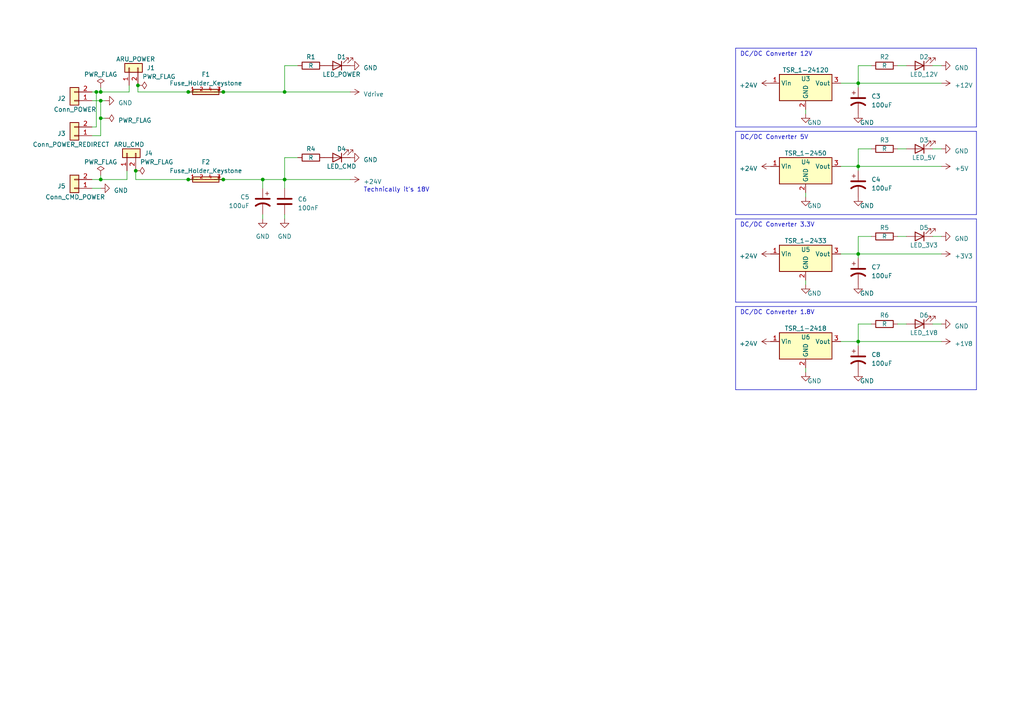
<source format=kicad_sch>
(kicad_sch (version 20221206) (generator eeschema)
  (paper "A4")
  (title_block (date "2022-11-20") (rev "v1.0"))
  (lib_symbols
    (symbol "Connector_Generic:Conn_01x02" (pin_names (offset 1.016) hide)
      (property "Reference" "J" (at 0 2.54 0))
      (property "Value" "Conn_01x02" (at 0 -5.08 0))
      (symbol "Conn_01x02_1_1"
        (rectangle (start -1.27 -2.413) (end 0 -2.667) (stroke (width 0.1524)))
        (rectangle (start -1.27 0.127) (end 0 -0.127) (stroke (width 0.1524)))
        (rectangle (start -1.27 1.27) (end 1.27 -3.81) (stroke (width 0.254)) (fill (type background)))
        (pin passive line (at -5.08 0 0) (length 3.81) (name "Pin_1") (number "1"))
        (pin passive line (at -5.08 -2.54 0) (length 3.81) (name "Pin_2") (number "2"))
      )
    )
    (symbol "Device:C" (pin_numbers hide) (pin_names (offset 0.254))
      (property "Reference" "C" (at 0.635 2.54 0))
      (property "Value" "C" (at 0.635 -2.54 0))
      (symbol "C_0_1"
        (polyline (pts (xy -2.032 -0.762) (xy 2.032 -0.762)) (stroke (width 0.508)))
        (polyline (pts (xy -2.032 0.762) (xy 2.032 0.762)) (stroke (width 0.508)))
      )
      (symbol "C_1_1"
        (pin passive line (at 0 3.81 270) (length 2.794) (name "~") (number "1"))
        (pin passive line (at 0 -3.81 90) (length 2.794) (name "~") (number "2"))
      )
    )
    (symbol "Device:C_Polarized_US" (pin_numbers hide) (pin_names (offset 0.254) hide)
      (property "Reference" "C" (at 0.635 2.54 0))
      (property "Value" "C_Polarized_US" (at 0.635 -2.54 0))
      (symbol "C_Polarized_US_0_1"
        (polyline (pts (xy -2.032 0.762) (xy 2.032 0.762)) (stroke (width 0.508)))
        (polyline (pts (xy -1.778 2.286) (xy -0.762 2.286)))
        (polyline (pts (xy -1.27 1.778) (xy -1.27 2.794)))
        (arc (start 2.032 -1.27) (mid 0 -0.5572) (end -2.032 -1.27) (stroke (width 0.508)))
      )
      (symbol "C_Polarized_US_1_1"
        (pin passive line (at 0 3.81 270) (length 2.794) (name "~") (number "1"))
        (pin passive line (at 0 -3.81 90) (length 3.302) (name "~") (number "2"))
      )
    )
    (symbol "Device:Fuse_Holder_Keystone"
      (property "Reference" "F" (at -2.54 2.54 0))
      (property "Value" "Fuse_Holder_Keystone" (at 0 0 0))
      (symbol "Fuse_Holder_Keystone_0_0"
        (rectangle (start -3.81 0.762) (end 3.81 -0.762) (stroke (width 0.254)) (fill (type background)))
        (pin power_in line (at -5.08 0 0) (length 2.54) (name "~") (number "1"))
        (pin passive line (at -2.54 0 0) (length 2.54) (name "~") (number "2"))
        (pin power_out line (at 5.08 0 180) (length 2.54) (name "~") (number "3"))
        (pin passive line (at 2.54 0 180) (length 2.54) (name "~") (number "4"))
      )
    )
    (symbol "Device:LED" (pin_numbers hide) (pin_names (offset 1.016) hide)
      (property "Reference" "D" (at 0 2.54 0))
      (property "Value" "LED" (at 0 -2.54 0))
      (symbol "LED_0_1"
        (polyline (pts (xy -1.27 -1.27) (xy -1.27 1.27)) (stroke (width 0.254)))
        (polyline (pts (xy -1.27 0) (xy 1.27 0)))
        (polyline (pts (xy 1.27 -1.27) (xy 1.27 1.27) (xy -1.27 0) (xy 1.27 -1.27)) (stroke (width 0.254)))
        (polyline (pts (xy -3.048 -0.762) (xy -4.572 -2.286) (xy -3.81 -2.286) (xy -4.572 -2.286) (xy -4.572 -1.524)))
        (polyline (pts (xy -1.778 -0.762) (xy -3.302 -2.286) (xy -2.54 -2.286) (xy -3.302 -2.286) (xy -3.302 -1.524)))
      )
      (symbol "LED_1_1"
        (pin passive line (at -3.81 0 0) (length 2.54) (name "K") (number "1"))
        (pin passive line (at 3.81 0 180) (length 2.54) (name "A") (number "2"))
      )
    )
    (symbol "Device:R" (pin_numbers hide) (pin_names (offset 0))
      (property "Reference" "R" (at 2.032 0 90))
      (property "Value" "R" (at 0 0 90))
      (symbol "R_0_1"
        (rectangle (start -1.016 -2.54) (end 1.016 2.54) (stroke (width 0.254)))
      )
      (symbol "R_1_1"
        (pin passive line (at 0 3.81 270) (length 1.27) (name "~") (number "1"))
        (pin passive line (at 0 -3.81 90) (length 1.27) (name "~") (number "2"))
      )
    )
    (symbol "Regulator_Switching:TSR_1-24120"
      (property "Reference" "U" (at -7.62 6.35 0))
      (property "Value" "TSR_1-24120" (at -1.27 6.35 0))
      (symbol "TSR_1-24120_0_1"
        (rectangle (start -7.62 5.08) (end 7.62 -2.54) (stroke (width 0.254)) (fill (type background)))
      )
      (symbol "TSR_1-24120_1_1"
        (pin power_in line (at -10.16 2.54 0) (length 2.54) (name "Vin") (number "1"))
        (pin power_in line (at 0 -5.08 90) (length 2.54) (name "GND") (number "2"))
        (pin power_out line (at 10.16 2.54 180) (length 2.54) (name "Vout") (number "3"))
      )
    )
    (symbol "Regulator_Switching:TSR_1-2418"
      (property "Reference" "U" (at -7.62 6.35 0))
      (property "Value" "TSR_1-2418" (at -1.27 6.35 0))
      (symbol "TSR_1-2418_0_1"
        (rectangle (start -7.62 5.08) (end 7.62 -2.54) (stroke (width 0.254)) (fill (type background)))
      )
      (symbol "TSR_1-2418_1_1"
        (pin power_in line (at -10.16 2.54 0) (length 2.54) (name "Vin") (number "1"))
        (pin power_in line (at 0 -5.08 90) (length 2.54) (name "GND") (number "2"))
        (pin power_out line (at 10.16 2.54 180) (length 2.54) (name "Vout") (number "3"))
      )
    )
    (symbol "Regulator_Switching:TSR_1-2433"
      (property "Reference" "U" (at -7.62 6.35 0))
      (property "Value" "TSR_1-2433" (at -1.27 6.35 0))
      (symbol "TSR_1-2433_0_1"
        (rectangle (start -7.62 5.08) (end 7.62 -2.54) (stroke (width 0.254)) (fill (type background)))
      )
      (symbol "TSR_1-2433_1_1"
        (pin power_in line (at -10.16 2.54 0) (length 2.54) (name "Vin") (number "1"))
        (pin power_in line (at 0 -5.08 90) (length 2.54) (name "GND") (number "2"))
        (pin power_out line (at 10.16 2.54 180) (length 2.54) (name "Vout") (number "3"))
      )
    )
    (symbol "Regulator_Switching:TSR_1-2450"
      (property "Reference" "U" (at -7.62 6.35 0))
      (property "Value" "TSR_1-2450" (at -1.27 6.35 0))
      (symbol "TSR_1-2450_0_1"
        (rectangle (start -7.62 5.08) (end 7.62 -2.54) (stroke (width 0.254)) (fill (type background)))
      )
      (symbol "TSR_1-2450_1_1"
        (pin power_in line (at -10.16 2.54 0) (length 2.54) (name "Vin") (number "1"))
        (pin power_in line (at 0 -5.08 90) (length 2.54) (name "GND") (number "2"))
        (pin power_out line (at 10.16 2.54 180) (length 2.54) (name "Vout") (number "3"))
      )
    )
    (symbol "power:+12V" (power) (pin_names (offset 0))
      (property "Value" "+12V" (at 0 3.556 0))
      (symbol "+12V_0_1"
        (polyline (pts (xy -0.762 1.27) (xy 0 2.54)))
        (polyline (pts (xy 0 0) (xy 0 2.54)))
        (polyline (pts (xy 0 2.54) (xy 0.762 1.27)))
      )
      (symbol "+12V_1_1"
        (pin power_in line (at 0 0 90) (length 0) hide (name "+12V") (number "1"))
      )
    )
    (symbol "power:+1V8" (power) (pin_names (offset 0))
      (property "Value" "+1V8" (at 0 3.556 0))
      (symbol "+1V8_0_1"
        (polyline (pts (xy -0.762 1.27) (xy 0 2.54)))
        (polyline (pts (xy 0 0) (xy 0 2.54)))
        (polyline (pts (xy 0 2.54) (xy 0.762 1.27)))
      )
      (symbol "+1V8_1_1"
        (pin power_in line (at 0 0 90) (length 0) hide (name "+1V8") (number "1"))
      )
    )
    (symbol "power:+24V" (power) (pin_names (offset 0))
      (property "Value" "+24V" (at 0 3.556 0))
      (symbol "+24V_0_1"
        (polyline (pts (xy -0.762 1.27) (xy 0 2.54)))
        (polyline (pts (xy 0 0) (xy 0 2.54)))
        (polyline (pts (xy 0 2.54) (xy 0.762 1.27)))
      )
      (symbol "+24V_1_1"
        (pin power_in line (at 0 0 90) (length 0) hide (name "+24V") (number "1"))
      )
    )
    (symbol "power:+3V3" (power) (pin_names (offset 0))
      (property "Value" "+3V3" (at 0 3.556 0))
      (symbol "+3V3_0_1"
        (polyline (pts (xy -0.762 1.27) (xy 0 2.54)))
        (polyline (pts (xy 0 0) (xy 0 2.54)))
        (polyline (pts (xy 0 2.54) (xy 0.762 1.27)))
      )
      (symbol "+3V3_1_1"
        (pin power_in line (at 0 0 90) (length 0) hide (name "+3V3") (number "1"))
      )
    )
    (symbol "power:+5V" (power) (pin_names (offset 0))
      (property "Value" "+5V" (at 0 3.556 0))
      (symbol "+5V_0_1"
        (polyline (pts (xy -0.762 1.27) (xy 0 2.54)))
        (polyline (pts (xy 0 0) (xy 0 2.54)))
        (polyline (pts (xy 0 2.54) (xy 0.762 1.27)))
      )
      (symbol "+5V_1_1"
        (pin power_in line (at 0 0 90) (length 0) hide (name "+5V") (number "1"))
      )
    )
    (symbol "power:GND" (power) (pin_names (offset 0))
      (property "Value" "GND" (at 0 -3.81 0))
      (symbol "GND_0_1"
        (polyline (pts (xy 0 0) (xy 0 -1.27) (xy 1.27 -1.27) (xy 0 -2.54) (xy -1.27 -1.27) (xy 0 -1.27)))
      )
      (symbol "GND_1_1"
        (pin power_in line (at 0 0 270) (length 0) hide (name "GND") (number "1"))
      )
    )
    (symbol "power:PWR_FLAG" (power) (pin_numbers hide) (pin_names (offset 0) hide)
      (property "Value" "PWR_FLAG" (at 0 3.81 0))
      (symbol "PWR_FLAG_0_0"
        (pin power_out line (at 0 0 90) (length 0) (name "pwr") (number "1"))
      )
      (symbol "PWR_FLAG_0_1"
        (polyline (pts (xy 0 0) (xy 0 1.27) (xy -1.016 1.905) (xy 0 2.54) (xy 1.016 1.905) (xy 0 1.27)))
      )
    )
    (symbol "power:Vdrive" (power) (pin_names (offset 0))
      (property "Value" "Vdrive" (at 0 3.81 0))
      (symbol "Vdrive_0_1"
        (polyline (pts (xy -0.762 1.27) (xy 0 2.54)))
        (polyline (pts (xy 0 0) (xy 0 2.54)))
        (polyline (pts (xy 0 2.54) (xy 0.762 1.27)))
      )
      (symbol "Vdrive_1_1"
        (pin power_in line (at 0 0 90) (length 0) hide (name "Vdrive") (number "1"))
      )
    )
  )
  (junction (at 29.21 52.07))
  (junction (at 29.21 26.67))
  (junction (at 82.55 52.07))
  (junction (at 76.2 52.07))
  (junction (at 248.92 73.66))
  (junction (at 64.77 52.07))
  (junction (at 39.37 49.53))
  (junction (at 248.92 24.13))
  (junction (at 248.92 48.26))
  (junction (at 29.21 29.21))
  (junction (at 27.94 26.67))
  (junction (at 29.21 34.29))
  (junction (at 54.61 26.67))
  (junction (at 54.61 52.07))
  (junction (at 248.92 99.06))
  (junction (at 82.55 26.67))
  (junction (at 64.77 26.67))
  (junction (at 40.005 24.765))
  (wire (pts (xy 54.61 52.07) (xy 57.15 52.07)))
  (wire (pts (xy 26.67 36.83) (xy 27.94 36.83)))
  (wire (pts (xy 260.35 19.05) (xy 262.89 19.05)))
  (wire (pts (xy 82.55 19.05) (xy 82.55 26.67)))
  (wire (pts (xy 29.21 29.21) (xy 29.21 34.29)))
  (wire (pts (xy 29.21 26.67) (xy 37.465 26.67)))
  (polyline (pts (xy 213.36 88.9) (xy 213.36 113.03)))
  (wire (pts (xy 29.21 25.4) (xy 29.21 26.67)))
  (wire (pts (xy 29.21 34.29) (xy 29.21 39.37)))
  (polyline (pts (xy 213.36 13.97) (xy 283.21 13.97)))
  (wire (pts (xy 82.55 26.67) (xy 101.6 26.67)))
  (wire (pts (xy 248.92 74.93) (xy 248.92 73.66)))
  (wire (pts (xy 29.21 26.67) (xy 27.94 26.67)))
  (wire (pts (xy 243.84 24.13) (xy 248.92 24.13)))
  (polyline (pts (xy 283.21 88.9) (xy 283.21 113.03)))
  (polyline (pts (xy 213.36 88.9) (xy 283.21 88.9)))
  (wire (pts (xy 86.36 45.72) (xy 82.55 45.72)))
  (wire (pts (xy 260.35 43.18) (xy 262.89 43.18)))
  (wire (pts (xy 248.92 24.13) (xy 273.05 24.13)))
  (polyline (pts (xy 213.36 13.97) (xy 213.36 36.83)))
  (wire (pts (xy 30.48 34.29) (xy 29.21 34.29)))
  (wire (pts (xy 30.48 29.21) (xy 29.21 29.21)))
  (polyline (pts (xy 283.21 113.03) (xy 213.36 113.03)))
  (polyline (pts (xy 213.36 63.5) (xy 213.36 87.63)))
  (wire (pts (xy 233.68 31.75) (xy 233.68 33.02)))
  (wire (pts (xy 29.21 50.8) (xy 29.21 52.07)))
  (wire (pts (xy 40.005 26.67) (xy 54.61 26.67)))
  (wire (pts (xy 248.92 19.05) (xy 248.92 24.13)))
  (polyline (pts (xy 213.36 63.5) (xy 283.21 63.5)))
  (polyline (pts (xy 283.21 13.97) (xy 283.21 36.83)))
  (wire (pts (xy 273.05 99.06) (xy 248.92 99.06)))
  (wire (pts (xy 273.05 73.66) (xy 248.92 73.66)))
  (wire (pts (xy 76.2 52.07) (xy 82.55 52.07)))
  (wire (pts (xy 252.73 68.58) (xy 248.92 68.58)))
  (wire (pts (xy 76.2 63.5) (xy 76.2 62.23)))
  (wire (pts (xy 233.68 57.15) (xy 233.68 55.88)))
  (wire (pts (xy 233.68 82.55) (xy 233.68 81.28)))
  (wire (pts (xy 270.51 68.58) (xy 273.05 68.58)))
  (polyline (pts (xy 283.21 36.83) (xy 213.36 36.83)))
  (wire (pts (xy 252.73 93.98) (xy 248.92 93.98)))
  (wire (pts (xy 233.68 107.95) (xy 233.68 106.68)))
  (wire (pts (xy 36.83 52.07) (xy 36.83 49.53)))
  (wire (pts (xy 27.94 26.67) (xy 27.94 36.83)))
  (wire (pts (xy 64.77 26.67) (xy 82.55 26.67)))
  (wire (pts (xy 82.55 52.07) (xy 101.6 52.07)))
  (wire (pts (xy 270.51 19.05) (xy 273.05 19.05)))
  (wire (pts (xy 29.21 39.37) (xy 26.67 39.37)))
  (wire (pts (xy 248.92 24.13) (xy 248.92 25.4)))
  (wire (pts (xy 248.92 100.33) (xy 248.92 99.06)))
  (wire (pts (xy 248.92 48.26) (xy 273.05 48.26)))
  (wire (pts (xy 252.73 43.18) (xy 248.92 43.18)))
  (wire (pts (xy 26.67 52.07) (xy 29.21 52.07)))
  (wire (pts (xy 248.92 43.18) (xy 248.92 48.26)))
  (polyline (pts (xy 213.36 38.1) (xy 213.36 62.23)))
  (wire (pts (xy 248.92 68.58) (xy 248.92 73.66)))
  (wire (pts (xy 82.55 63.5) (xy 82.55 62.23)))
  (wire (pts (xy 248.92 93.98) (xy 248.92 99.06)))
  (wire (pts (xy 260.35 93.98) (xy 262.89 93.98)))
  (wire (pts (xy 76.2 54.61) (xy 76.2 52.07)))
  (wire (pts (xy 64.77 52.07) (xy 76.2 52.07)))
  (wire (pts (xy 248.92 49.53) (xy 248.92 48.26)))
  (wire (pts (xy 37.465 26.67) (xy 37.465 24.765)))
  (wire (pts (xy 260.35 68.58) (xy 262.89 68.58)))
  (wire (pts (xy 26.67 54.61) (xy 29.21 54.61)))
  (wire (pts (xy 54.61 26.67) (xy 57.15 26.67)))
  (wire (pts (xy 82.55 45.72) (xy 82.55 52.07)))
  (polyline (pts (xy 283.21 87.63) (xy 213.36 87.63)))
  (wire (pts (xy 62.23 26.67) (xy 64.77 26.67)))
  (polyline (pts (xy 213.36 38.1) (xy 283.21 38.1)))
  (wire (pts (xy 86.36 19.05) (xy 82.55 19.05)))
  (wire (pts (xy 29.21 52.07) (xy 36.83 52.07)))
  (polyline (pts (xy 283.21 38.1) (xy 283.21 62.23)))
  (wire (pts (xy 270.51 43.18) (xy 273.05 43.18)))
  (polyline (pts (xy 283.21 62.23) (xy 213.36 62.23)))
  (wire (pts (xy 248.92 48.26) (xy 243.84 48.26)))
  (wire (pts (xy 248.92 19.05) (xy 252.73 19.05)))
  (wire (pts (xy 243.84 73.66) (xy 248.92 73.66)))
  (wire (pts (xy 26.67 29.21) (xy 29.21 29.21)))
  (polyline (pts (xy 283.21 63.5) (xy 283.21 87.63)))
  (wire (pts (xy 270.51 93.98) (xy 273.05 93.98)))
  (wire (pts (xy 243.84 99.06) (xy 248.92 99.06)))
  (wire (pts (xy 39.37 52.07) (xy 54.61 52.07)))
  (wire (pts (xy 40.005 24.765) (xy 40.005 26.67)))
  (wire (pts (xy 82.55 52.07) (xy 82.55 54.61)))
  (wire (pts (xy 62.23 52.07) (xy 64.77 52.07)))
  (wire (pts (xy 39.37 49.53) (xy 39.37 52.07)))
  (wire (pts (xy 27.94 26.67) (xy 26.67 26.67)))
  (text "DC/DC Converter 12V" (at 214.63 16.51 0) (effects (font (size 1.27 1.27)) (justify left bottom)))
  (text "DC/DC Converter 3.3V" (at 214.63 66.04 0) (effects (font (size 1.27 1.27)) (justify left bottom)))
  (text "DC/DC Converter 5V" (at 214.63 40.64 0) (effects (font (size 1.27 1.27)) (justify left bottom)))
  (text "DC/DC Converter 1.8V" (at 214.63 91.44 0) (effects (font (size 1.27 1.27)) (justify left bottom)))
  (text "Technically it's 18V" (at 105.41 55.88 0) (effects (font (size 1.27 1.27)) (justify left bottom)))
  (symbol (lib_id "power:GND") (at 248.92 82.55 0) (unit 1)
    (property "Reference" "#PWR0151" (effects hide))
    (property "Value" "GND" (at 251.46 85.09 0))
  )
  (symbol (lib_id "Device:R") (at 256.54 93.98 270) (unit 1)
    (property "Reference" "R6" (at 256.54 91.44 90))
    (property "Value" "R" (at 256.54 93.98 90))
    (property "Footprint" "Resistor_SMD:R_0805_2012Metric_Pad1.20x1.40mm_HandSolder" (effects hide))
  )
  (symbol (lib_id "power:GND") (at 273.05 93.98 90) (unit 1)
    (property "Reference" "#PWR0144" (effects hide))
    (property "Value" "GND" (at 276.86 94.615 90) (effects (justify right)))
  )
  (symbol (lib_id "power:+12V") (at 273.05 24.13 270) (unit 1)
    (property "Reference" "#PWR0129" (effects hide))
    (property "Value" "+12V" (at 276.86 24.765 90) (effects (justify left)))
  )
  (symbol (lib_id "power:GND") (at 273.05 43.18 90) (unit 1)
    (property "Reference" "#PWR0128" (effects hide))
    (property "Value" "GND" (at 276.86 43.815 90) (effects (justify right)))
  )
  (symbol (lib_id "power:PWR_FLAG") (at 29.21 25.4 0) (unit 1)
    (property "Reference" "#FLG0101" (effects hide))
    (property "Value" "PWR_FLAG" (at 29.21 21.59 0))
  )
  (symbol (lib_id "Device:LED") (at 266.7 19.05 180) (unit 1)
    (property "Reference" "D2" (at 267.97 16.51 0))
    (property "Value" "LED_12V" (at 267.97 21.59 0))
    (property "Footprint" "LED_SMD:LED_0805_2012Metric_Pad1.15x1.40mm_HandSolder" (effects hide))
  )
  (symbol (lib_id "power:PWR_FLAG") (at 39.37 49.53 270) (unit 1)
    (property "Reference" "#FLG0104" (effects hide))
    (property "Value" "PWR_FLAG" (at 40.64 46.99 90) (effects (justify left)))
  )
  (symbol (lib_id "Connector_Generic:Conn_01x02") (at 21.59 54.61 180) (unit 1)
    (property "Reference" "J5" (at 19.05 53.975 0) (effects (justify left)))
    (property "Value" "Conn_CMD_POWER" (at 30.48 57.15 0) (effects (justify left)))
    (property "Footprint" "Connector_AMASS:AMASS_XT60-M_1x02_P7.20mm_Vertical" (effects hide))
  )
  (symbol (lib_id "Connector_Generic:Conn_01x02") (at 37.465 19.685 90) (unit 1)
    (property "Reference" "J1" (at 42.545 19.685 90) (effects (justify right)))
    (property "Value" "ARU_POWER" (at 33.655 17.145 90) (effects (justify right)))
    (property "Footprint" "Connector_AMASS:AMASS_XT60-F_1x02_P7.20mm_Vertical" (effects hide))
  )
  (symbol (lib_id "power:GND") (at 273.05 68.58 90) (unit 1)
    (property "Reference" "#PWR0143" (effects hide))
    (property "Value" "GND" (at 276.86 69.215 90) (effects (justify right)))
  )
  (symbol (lib_id "power:PWR_FLAG") (at 30.48 34.29 270) (unit 1)
    (property "Reference" "#FLG0102" (effects hide))
    (property "Value" "PWR_FLAG" (at 34.29 34.925 90) (effects (justify left)))
  )
  (symbol (lib_id "power:GND") (at 233.68 82.55 0) (unit 1)
    (property "Reference" "#PWR0149" (effects hide))
    (property "Value" "GND" (at 236.22 85.09 0))
  )
  (symbol (lib_id "power:+24V") (at 223.52 73.66 90) (unit 1)
    (property "Reference" "#PWR0150" (effects hide))
    (property "Value" "+24V" (at 219.71 74.295 90) (effects (justify left)))
  )
  (symbol (lib_id "power:PWR_FLAG") (at 40.005 24.765 270) (unit 1)
    (property "Reference" "#FLG0105" (effects hide))
    (property "Value" "PWR_FLAG" (at 41.275 22.225 90) (effects (justify left)))
  )
  (symbol (lib_id "power:GND") (at 273.05 19.05 90) (unit 1)
    (property "Reference" "#PWR0130" (effects hide))
    (property "Value" "GND" (at 276.86 19.685 90) (effects (justify right)))
  )
  (symbol (lib_id "Device:R") (at 90.17 45.72 270) (unit 1)
    (property "Reference" "R4" (at 90.17 43.18 90))
    (property "Value" "R" (at 90.17 45.72 90))
    (property "Footprint" "Resistor_SMD:R_0805_2012Metric_Pad1.20x1.40mm_HandSolder" (effects hide))
  )
  (symbol (lib_id "Regulator_Switching:TSR_1-24120") (at 233.68 26.67 0) (unit 1)
    (property "Reference" "U3" (at 233.68 22.86 0))
    (property "Value" "TSR_1-24120" (at 233.68 20.32 0))
    (property "Footprint" "Converter_DCDC:Converter_DCDC_TRACO_TSR-1_THT" (effects hide))
    (property "Datasheet" "http://www.tracopower.com/products/tsr1.pdf" (effects hide))
  )
  (symbol (lib_id "power:Vdrive") (at 101.6 26.67 270) (unit 1)
    (property "Reference" "#PWR0132" (effects hide))
    (property "Value" "Vdrive" (at 105.41 27.305 90) (effects (justify left)))
  )
  (symbol (lib_id "Device:C_Polarized_US") (at 76.2 58.42 0) (mirror y) (unit 1)
    (property "Reference" "C5" (at 72.39 57.15 0) (effects (justify left)))
    (property "Value" "100uF" (at 72.39 59.69 0) (effects (justify left)))
    (property "Footprint" "Capacitor_THT:CP_Radial_D8.0mm_P3.50mm" (effects hide))
  )
  (symbol (lib_id "Device:LED") (at 97.79 45.72 180) (unit 1)
    (property "Reference" "D4" (at 99.06 43.18 0))
    (property "Value" "LED_CMD" (at 99.06 48.26 0))
    (property "Footprint" "LED_SMD:LED_0805_2012Metric_Pad1.15x1.40mm_HandSolder" (effects hide))
  )
  (symbol (lib_id "power:GND") (at 233.68 57.15 0) (unit 1)
    (property "Reference" "#PWR0152" (effects hide))
    (property "Value" "GND" (at 236.22 59.69 0))
  )
  (symbol (lib_id "power:GND") (at 233.68 107.95 0) (unit 1)
    (property "Reference" "#PWR0147" (effects hide))
    (property "Value" "GND" (at 236.22 110.49 0))
  )
  (symbol (lib_id "Device:R") (at 256.54 19.05 270) (unit 1)
    (property "Reference" "R2" (at 256.54 16.51 90))
    (property "Value" "R" (at 256.54 19.05 90))
    (property "Footprint" "Resistor_SMD:R_0805_2012Metric_Pad1.20x1.40mm_HandSolder" (effects hide))
  )
  (symbol (lib_id "Connector_Generic:Conn_01x02") (at 36.83 44.45 90) (unit 1)
    (property "Reference" "J4" (at 41.91 44.45 90) (effects (justify right)))
    (property "Value" "ARU_CMD" (at 33.02 41.91 90) (effects (justify right)))
    (property "Footprint" "Connector_AMASS:AMASS_XT60-F_1x02_P7.20mm_Vertical" (effects hide))
  )
  (symbol (lib_id "Device:LED") (at 266.7 93.98 180) (unit 1)
    (property "Reference" "D6" (at 267.97 91.44 0))
    (property "Value" "LED_1V8" (at 267.97 96.52 0))
    (property "Footprint" "LED_SMD:LED_0805_2012Metric_Pad1.15x1.40mm_HandSolder" (effects hide))
  )
  (symbol (lib_id "power:PWR_FLAG") (at 29.21 50.8 0) (unit 1)
    (property "Reference" "#FLG0103" (effects hide))
    (property "Value" "PWR_FLAG" (at 29.21 46.99 0))
  )
  (symbol (lib_id "Device:C_Polarized_US") (at 248.92 29.21 0) (unit 1)
    (property "Reference" "C3" (at 252.73 27.94 0) (effects (justify left)))
    (property "Value" "100uF" (at 252.73 30.48 0) (effects (justify left)))
    (property "Footprint" "Capacitor_THT:CP_Radial_D8.0mm_P3.50mm" (effects hide))
  )
  (symbol (lib_id "Regulator_Switching:TSR_1-2433") (at 233.68 76.2 0) (unit 1)
    (property "Reference" "U5" (at 233.68 72.39 0))
    (property "Value" "TSR_1-2433" (at 233.68 69.85 0))
    (property "Footprint" "Converter_DCDC:Converter_DCDC_TRACO_TSR-1_THT" (effects hide))
    (property "Datasheet" "http://www.tracopower.com/products/tsr1.pdf" (effects hide))
  )
  (symbol (lib_id "power:GND") (at 248.92 107.95 0) (unit 1)
    (property "Reference" "#PWR0148" (effects hide))
    (property "Value" "GND" (at 251.46 110.49 0))
  )
  (symbol (lib_id "power:+5V") (at 273.05 48.26 270) (unit 1)
    (property "Reference" "#PWR0189" (effects hide))
    (property "Value" "+5V" (at 276.86 48.895 90) (effects (justify left)))
  )
  (symbol (lib_id "Connector_Generic:Conn_01x02") (at 21.59 29.21 180) (unit 1)
    (property "Reference" "J2" (at 19.05 28.575 0) (effects (justify left)))
    (property "Value" "Conn_POWER" (at 27.94 31.75 0) (effects (justify left)))
    (property "Footprint" "Connector_AMASS:AMASS_XT60-M_1x02_P7.20mm_Vertical" (effects hide))
  )
  (symbol (lib_id "power:GND") (at 101.6 45.72 90) (unit 1)
    (property "Reference" "#PWR0139" (effects hide))
    (property "Value" "GND" (at 105.41 46.355 90) (effects (justify right)))
  )
  (symbol (lib_id "power:GND") (at 248.92 33.02 0) (unit 1)
    (property "Reference" "#PWR0131" (effects hide))
    (property "Value" "GND" (at 251.46 35.56 0))
  )
  (symbol (lib_id "power:GND") (at 29.21 54.61 90) (unit 1)
    (property "Reference" "#PWR0140" (effects hide))
    (property "Value" "GND" (at 33.02 55.245 90) (effects (justify right)))
  )
  (symbol (lib_id "Device:C_Polarized_US") (at 248.92 78.74 0) (unit 1)
    (property "Reference" "C7" (at 252.73 77.47 0) (effects (justify left)))
    (property "Value" "100uF" (at 252.73 80.01 0) (effects (justify left)))
    (property "Footprint" "Capacitor_THT:CP_Radial_D8.0mm_P3.50mm" (effects hide))
  )
  (symbol (lib_id "power:+24V") (at 101.6 52.07 270) (unit 1)
    (property "Reference" "#PWR0135" (effects hide))
    (property "Value" "+24V" (at 105.41 52.705 90) (effects (justify left)))
  )
  (symbol (lib_id "Device:C_Polarized_US") (at 248.92 104.14 0) (unit 1)
    (property "Reference" "C8" (at 252.73 102.87 0) (effects (justify left)))
    (property "Value" "100uF" (at 252.73 105.41 0) (effects (justify left)))
    (property "Footprint" "Capacitor_THT:CP_Radial_D8.0mm_P3.50mm" (effects hide))
  )
  (symbol (lib_id "power:GND") (at 248.92 57.15 0) (unit 1)
    (property "Reference" "#PWR0126" (effects hide))
    (property "Value" "GND" (at 251.46 59.69 0))
  )
  (symbol (lib_id "power:GND") (at 233.68 33.02 0) (unit 1)
    (property "Reference" "#PWR0155" (effects hide))
    (property "Value" "GND" (at 236.22 35.56 0))
  )
  (symbol (lib_id "power:GND") (at 76.2 63.5 0) (unit 1)
    (property "Reference" "#PWR0134" (effects hide))
    (property "Value" "GND" (at 76.2 68.58 0))
  )
  (symbol (lib_id "Device:LED") (at 266.7 68.58 180) (unit 1)
    (property "Reference" "D5" (at 267.97 66.04 0))
    (property "Value" "LED_3V3" (at 267.97 71.12 0))
    (property "Footprint" "LED_SMD:LED_0805_2012Metric_Pad1.15x1.40mm_HandSolder" (effects hide))
  )
  (symbol (lib_id "Device:Fuse_Holder_Keystone") (at 59.69 26.67 0) (unit 1)
    (property "Reference" "F1" (at 59.69 21.59 0))
    (property "Value" "Fuse_Holder_Keystone" (at 59.69 24.13 0))
    (property "Footprint" "Fuse:Fuseholder_Keystone_3557-2" (effects hide))
    (property "Datasheet" "https://www.mouser.fr/datasheet/2/215/3557-2-744839.pdf" (effects hide))
  )
  (symbol (lib_id "Connector_Generic:Conn_01x02") (at 21.59 39.37 180) (unit 1)
    (property "Reference" "J3" (at 19.05 38.735 0) (effects (justify left)))
    (property "Value" "Conn_POWER_REDIRECT" (at 31.75 41.91 0) (effects (justify left)))
    (property "Footprint" "Connector_AMASS:AMASS_XT60-F_1x02_P7.20mm_Vertical" (effects hide))
  )
  (symbol (lib_id "power:+24V") (at 223.52 99.06 90) (unit 1)
    (property "Reference" "#PWR0146" (effects hide))
    (property "Value" "+24V" (at 219.71 99.695 90) (effects (justify left)))
  )
  (symbol (lib_id "power:+24V") (at 223.52 48.26 90) (unit 1)
    (property "Reference" "#PWR0153" (effects hide))
    (property "Value" "+24V" (at 219.71 48.895 90) (effects (justify left)))
  )
  (symbol (lib_id "power:GND") (at 101.6 19.05 90) (unit 1)
    (property "Reference" "#PWR0136" (effects hide))
    (property "Value" "GND" (at 105.41 19.685 90) (effects (justify right)))
  )
  (symbol (lib_id "power:+3V3") (at 273.05 73.66 270) (unit 1)
    (property "Reference" "#PWR0142" (effects hide))
    (property "Value" "+3V3" (at 276.86 74.295 90) (effects (justify left)))
  )
  (symbol (lib_id "Device:LED") (at 266.7 43.18 180) (unit 1)
    (property "Reference" "D3" (at 267.97 40.64 0))
    (property "Value" "LED_5V" (at 267.97 45.72 0))
    (property "Footprint" "LED_SMD:LED_0805_2012Metric_Pad1.15x1.40mm_HandSolder" (effects hide))
  )
  (symbol (lib_id "power:+24V") (at 223.52 24.13 90) (unit 1)
    (property "Reference" "#PWR0154" (effects hide))
    (property "Value" "+24V" (at 219.71 24.765 90) (effects (justify left)))
  )
  (symbol (lib_id "Device:C_Polarized_US") (at 248.92 53.34 0) (unit 1)
    (property "Reference" "C4" (at 252.73 52.07 0) (effects (justify left)))
    (property "Value" "100uF" (at 252.73 54.61 0) (effects (justify left)))
    (property "Footprint" "Capacitor_THT:CP_Radial_D8.0mm_P3.50mm" (effects hide))
  )
  (symbol (lib_id "Device:R") (at 256.54 68.58 270) (unit 1)
    (property "Reference" "R5" (at 256.54 66.04 90))
    (property "Value" "R" (at 256.54 68.58 90))
    (property "Footprint" "Resistor_SMD:R_0805_2012Metric_Pad1.20x1.40mm_HandSolder" (effects hide))
  )
  (symbol (lib_id "Device:C") (at 82.55 58.42 0) (unit 1)
    (property "Reference" "C6" (at 86.36 57.785 0) (effects (justify left)))
    (property "Value" "100nF" (at 86.36 60.325 0) (effects (justify left)))
    (property "Footprint" "Capacitor_SMD:C_0805_2012Metric_Pad1.18x1.45mm_HandSolder" (effects hide))
  )
  (symbol (lib_id "Device:R") (at 90.17 19.05 270) (unit 1)
    (property "Reference" "R1" (at 90.17 16.51 90))
    (property "Value" "R" (at 90.17 19.05 90))
    (property "Footprint" "Resistor_SMD:R_0805_2012Metric_Pad1.20x1.40mm_HandSolder" (effects hide))
  )
  (symbol (lib_id "Regulator_Switching:TSR_1-2450") (at 233.68 50.8 0) (unit 1)
    (property "Reference" "U4" (at 233.68 46.99 0))
    (property "Value" "TSR_1-2450" (at 233.68 44.45 0))
    (property "Footprint" "Converter_DCDC:Converter_DCDC_TRACO_TSR-1_THT" (effects hide))
    (property "Datasheet" "http://www.tracopower.com/products/tsr1.pdf" (effects hide))
  )
  (symbol (lib_id "Device:Fuse_Holder_Keystone") (at 59.69 52.07 0) (unit 1)
    (property "Reference" "F2" (at 59.69 46.99 0))
    (property "Value" "Fuse_Holder_Keystone" (at 59.69 49.53 0))
    (property "Footprint" "Fuse:Fuseholder_Keystone_3557-2" (effects hide))
    (property "Datasheet" "https://www.mouser.fr/datasheet/2/215/3557-2-744839.pdf" (effects hide))
  )
  (symbol (lib_id "Device:R") (at 256.54 43.18 270) (unit 1)
    (property "Reference" "R3" (at 256.54 40.64 90))
    (property "Value" "R" (at 256.54 43.18 90))
    (property "Footprint" "Resistor_SMD:R_0805_2012Metric_Pad1.20x1.40mm_HandSolder" (effects hide))
  )
  (symbol (lib_id "power:+1V8") (at 273.05 99.06 270) (unit 1)
    (property "Reference" "#PWR0145" (effects hide))
    (property "Value" "+1V8" (at 276.86 99.695 90) (effects (justify left)))
  )
  (symbol (lib_id "Device:LED") (at 97.79 19.05 180) (unit 1)
    (property "Reference" "D1" (at 99.06 16.51 0))
    (property "Value" "LED_POWER" (at 99.06 21.59 0))
    (property "Footprint" "LED_SMD:LED_0805_2012Metric_Pad1.15x1.40mm_HandSolder" (effects hide))
  )
  (symbol (lib_id "power:GND") (at 82.55 63.5 0) (unit 1)
    (property "Reference" "#PWR0133" (effects hide))
    (property "Value" "GND" (at 82.55 68.58 0))
  )
  (symbol (lib_id "Regulator_Switching:TSR_1-2418") (at 233.68 101.6 0) (unit 1)
    (property "Reference" "U6" (at 233.68 97.79 0))
    (property "Value" "TSR_1-2418" (at 233.68 95.25 0))
    (property "Footprint" "Converter_DCDC:Converter_DCDC_TRACO_TSR-1_THT" (effects hide))
    (property "Datasheet" "http://www.tracopower.com/products/tsr1.pdf" (effects hide))
  )
  (symbol (lib_id "power:GND") (at 30.48 29.21 90) (unit 1)
    (property "Reference" "#PWR0141" (effects hide))
    (property "Value" "GND" (at 34.29 29.845 90) (effects (justify right)))
  )
)
</source>
